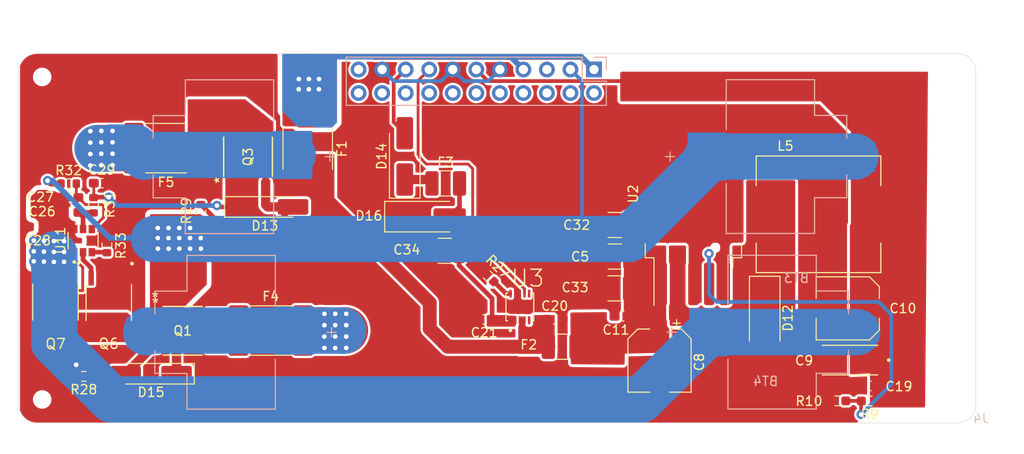
<source format=kicad_pcb>
(kicad_pcb (version 20221018) (generator pcbnew)
  (title_block (date "15 nov 2012"))
  (layers (0 "F.Cu" signal) (31 "B.Cu" signal) (34 "B.Paste" user) (35 "F.Paste" user) (36 "B.SilkS" user "B.Silkscreen") (37 "F.SilkS" user "F.Silkscreen") (38 "B.Mask" user) (39 "F.Mask" user) (44 "Edge.Cuts" user))
  (net 0 "")
  (net 1 "GND")
  (net 2 "+5V")
  (net 3 "Net-(BT3-+)")
  (net 4 "Net-(BT4-+)")
  (net 5 "8.4V")
  (net 6 "+12V")
  (net 7 "Net-(U11-VDD)")
  (net 8 "Net-(U2-FB)")
  (net 9 "Net-(U11-VBL)")
  (net 10 "/Power BMS/Power Supply/V_Out_Dirty")
  (net 11 "Net-(D13-A)")
  (net 12 "Net-(D14-K)")
  (net 13 "Net-(D14-A)")
  (net 14 "Net-(D15-A)")
  (net 15 "Net-(Q1-D)")
  (net 16 "/Power BMS/8.4V Out")
  (net 17 "Chrg_Stat")
  (net 19 "Net-(Q6-G)")
  (net 20 "Net-(Q7-G)")
  (net 21 "Net-(U3-PROG)")
  (net 22 "Net-(U11-V-)")
  (net 23 "/Power BMS/Power Supply/Vin_clean")
  (net 24 "BATT_LVL_MID")
  (net 25 "BATT_LVL-")
  (net 27 "/Power BMS/Battery Pack & Protection/d2d")
  (net 28 "/Power BMS/Battery Pack & Protection/8.4unsafe")
  (footprint "MM3220AA2NRH:IC_MM3220AA2NRH" (layer "F.Cu") (at 122.11 115.544998 90)
    (fp_text reference "U11")
    (fp_text value "MM3220AA2NRH")
  )
  (footprint "Diode_SMD:D_MiniMELF_Handsoldering" (layer "F.Cu") (at 142.02 111.9025)
    (fp_text reference "D13")
    (fp_text value "9.1V Zener")
  )
  (footprint "Resistor_SMD:R_1210_3225Metric_Pad1.30x2.65mm_HandSolder" (layer "F.Cu") (at 179.46 120.7025 180)
    (fp_text reference "C33")
    (fp_text value "47uF")
  )
  (footprint "Fuse:Fuse_2920_7451Metric_Pad2.10x5.45mm_HandSolder" (layer "F.Cu") (at 142.36 125.2525)
    (fp_text reference "F4")
    (fp_text value "Polyfuse 6A 2920")
  )
  (footprint "MCP73213-A6SI_MF:SON50P300X300X100-11N" (layer "F.Cu") (at 169.24 122.7025 90)
    (fp_text reference "U3")
    (fp_text value "MCP73213-A6SI_MF")
  )
  (footprint "Resistor_SMD:R_0603_1608Metric" (layer "F.Cu") (at 134.82 112.4725 -90)
    (fp_text reference "R29")
    (fp_text value "100K")
  )
  (footprint "FET - AOSP36326C:SOIC127P490X600X175-8N" (layer "F.Cu") (at 124.885 122.2275 -90)
    (fp_text reference "Q6")
    (fp_text value "AOSP36326C")
  )
  (footprint "Diode_SMD:D_SMA_Handsoldering" (layer "F.Cu") (at 159.165 112.9525)
    (fp_text reference "D16")
    (fp_text value "SMAJ11A")
  )
  (footprint "Capacitor_SMD:C_0603_1608Metric_Pad1.08x0.95mm_HandSolder" (layer "F.Cu") (at 165.39 124.0525 180)
    (fp_text reference "C21")
    (fp_text value "10uF 0805")
  )
  (footprint "Resistor_SMD:R_1210_3225Metric_Pad1.30x2.65mm_HandSolder" (layer "F.Cu") (at 161.1325 116.6425)
    (fp_text reference "C34")
    (fp_text value "47uF - 1210")
  )
  (footprint "Resistor_SMD:R_0603_1608Metric" (layer "F.Cu") (at 165.84 119.3725 -45)
    (fp_text reference "R27")
    (fp_text value "1K 0603")
  )
  (footprint "Resistor_SMD:R_0603_1608Metric_Pad0.98x0.95mm_HandSolder" (layer "F.Cu") (at 206.9975 132.8625 180)
    (fp_text reference "R9")
    (fp_text value "3.1K 0603")
  )
  (footprint "Capacitor_SMD:C_0603_1608Metric_Pad1.08x0.95mm_HandSolder" (layer "F.Cu") (at 173 124.0325)
    (fp_text reference "C20")
    (fp_text value "10uF 0805")
  )
  (footprint "Diode_SMD:D_SMA_Handsoldering" (layer "F.Cu") (at 156.8225 106.4425 90)
    (fp_text reference "D14")
    (fp_text value "SS24")
  )
  (footprint "Fuse:Fuse_1210_3225Metric_Pad1.42x2.65mm_HandSolder" (layer "F.Cu") (at 173.8075 127.0025)
    (fp_text reference "F2")
    (fp_text value "2.2A Polyfuse 1210")
  )
  (footprint "Resistor_SMD:R_0603_1608Metric_Pad0.98x0.95mm_HandSolder" (layer "F.Cu") (at 203.4975 132.8525)
    (fp_text reference "R10")
    (fp_text value "1K 0603")
  )
  (footprint "Capacitor_SMD:C_Elec_6.3x7.7" (layer "F.Cu") (at 204.62 122.8625 180)
    (fp_text reference "C10")
    (fp_text value "330uF 10V Elec")
  )
  (footprint "FET - AOSP36326C:SOIC127P490X600X175-8N" (layer "F.Cu") (at 119.13 122.174998 -90)
    (fp_text reference "Q7")
    (fp_text value "AOSP36326C")
  )
  (footprint "Diode_SMD:D_SMA_Handsoldering" (layer "F.Cu") (at 195.66 123.9025 -90)
    (fp_text reference "D12")
    (fp_text value "SS34")
  )
  (footprint "Capacitor_SMD:C_0603_1608Metric_Pad1.08x0.95mm_HandSolder" (layer "F.Cu") (at 124.13 109.3325)
    (fp_text reference "C29")
    (fp_text value "0.1uF")
  )
  (footprint "Capacitor_SMD:C_0603_1608Metric_Pad1.08x0.95mm_HandSolder" (layer "F.Cu") (at 120.7475 112.494998)
    (fp_text reference "C26")
    (fp_text value "0.1uF")
  )
  (footprint "Diode_SMD:D_MiniMELF_Handsoldering" (layer "F.Cu") (at 129.4475 129.9225 180)
    (fp_text reference "D15")
    (fp_text value "9.1V Zener")
  )
  (footprint "Package_TO_SOT_SMD:TO-263-5_TabPin3" (layer "F.Cu") (at 187.965 112.5675 90)
    (fp_text reference "U2")
    (fp_text value "LM2596S-ADJ")
  )
  (footprint "Capacitor_SMD:C_0603_1608Metric_Pad1.08x0.95mm_HandSolder" (layer "F.Cu") (at 120.74 110.884998 180)
    (fp_text reference "C27")
    (fp_text value "0.1 uF")
  )
  (footprint "Fuse:Fuse_2920_7451Metric_Pad2.10x5.45mm_HandSolder" (layer "F.Cu") (at 146.35 105.6275 -90)
    (fp_text reference "F1")
    (fp_text value "6A Polyfuse 2920")
  )
  (footprint "Capacitor_SMD:C_0603_1608Metric_Pad1.08x0.95mm_HandSolder" (layer "F.Cu") (at 206.99 131.242 180)
    (fp_text reference "C19")
    (fp_text value "0.1uF 0603")
  )
  (footprint "FET - SI4435FDY:SO-8_VIS" (layer "F.Cu") (at 139.91 106.4925 90)
    (fp_text reference "Q3")
    (fp_text value "PMOS")
  )
  (footprint "Resistor_SMD:R_1210_3225Metric_Pad1.30x2.65mm_HandSolder" (layer "F.Cu") (at 179.47 113.8525 180)
    (fp_text reference "C32")
    (fp_text value "47uF")
  )
  (footprint "Capacitor_SMD:CP_Elec_6.3x7.7" (layer "F.Cu") (at 184.31 128.5025 -90)
    (fp_text reference "C8")
    (fp_text value "100uF 16V")
  )
  (footprint "Fuse:Fuse_2920_7451Metric_Pad2.10x5.45mm_HandSolder" (layer "F.Cu") (at 131.06 105.5525 180)
    (fp_text reference "F5")
    (fp_text value "Polyfuse 6A 2920")
  )
  (footprint "C _Tantalum - TAJC337K006RNJ:CAPPM6032X280N" (layer "F.Cu") (at 204.8625 128.448 180)
    (fp_text reference "C9")
    (fp_text value "330uF Tant 2312")
  )
  (footprint "Resistor_SMD:R_0603_1608Metric" (layer "F.Cu") (at 122.19 130.2025 180)
    (fp_text reference "R28")
    (fp_text value "100K")
  )
  (footprint "Fuse:Fuse_1210_3225Metric_Pad1.42x2.65mm_HandSolder" (layer "F.Cu") (at 161.2425 109.3625)
    (fp_text reference "F3")
    (fp_text value "2.2A Polyfuse")
  )
  (footprint "Inductor -  125CDMCCDS 33uH:IND_125CDMCCDS-330MC" (layer "F.Cu") (at 201.465 112.6975)
    (fp_text reference "L5")
    (fp_text value "33uH")
  )
  (footprint "FET - SI4435FDY:SO-8_VIS" (layer "F.Cu") (at 132.86 125.2825)
    (fp_text reference "Q1")
    (fp_text value "PMOS")
  )
  (footprint "Resistor_SMD:R_0603_1608Metric" (layer "F.Cu") (at 123.24 111.7225 90)
    (fp_text reference "R31")
    (fp_text value "330")
  )
  (footprint "Resistor_SMD:R_0603_1608Metric" (layer "F.Cu") (at 124.68 116.0225 90)
    (fp_text reference "R33")
    (fp_text value "2.2K")
  )
  (footprint "Resistor_SMD:R_1210_3225Metric_Pad1.30x2.65mm_HandSolder" (layer "F.Cu") (at 179.49 117.2625 180)
    (fp_text reference "C5")
    (fp_text value "47uF 1210")
  )
  (footprint "Capacitor_SMD:C_0603_1608Metric_Pad1.08x0.95mm_HandSolder" (layer "F.Cu") (at 117.13 114.0525)
    (fp_text reference "C28")
    (fp_text value "0.1uF OPT")
  )
  (footprint "Resistor_SMD:R_0603_1608Metric" (layer "F.Cu") (at 120.56 109.3925)
    (fp_text reference "R32")
    (fp_text value "330")
  )
  (footprint "Capacitor_SMD:C_0603_1608Metric_Pad1.08x0.95mm_HandSolder" (layer "F.Cu") (at 180.3275 123.7125 180)
    (fp_text reference "C11")
    (fp_text value "0.1uF 25V")
  )
  (footprint "Board:Board_outline" (layer "B.Cu") (at 218.44 95.3225 180)
    (fp_text reference "J4")
    (fp_text value "Conn_01x11")
    (fp_line (start 0 -37.92) (end 0 -2) (stroke (width 0.05)) (layer "Edge.Cuts"))
    (fp_line (start 2 0) (end 101.28 0) (stroke (width 0.05)) (layer "Edge.Cuts"))
    (fp_line (start 101.28 -39.92) (end 2 -39.92) (stroke (width 0.05)) (layer "Edge.Cuts"))
    (fp_line (start 103.28 -2) (end 103.28 -37.92) (stroke (width 0.05)) (layer "Edge.Cuts"))
    (fp_arc (start 0 -37.92) (mid 0.585786 -39.334214) (end 2 -39.92) (stroke (width 0.05)) (layer "Edge.Cuts"))
    (fp_arc (start 2 0) (mid 0.585786 -0.585786) (end 0 -2) (stroke (width 0.05)) (layer "Edge.Cuts"))
    (fp_arc (start 101.28 -39.92) (mid 102.694214 -39.334214) (end 103.28 -37.92) (stroke (width 0.05)) (layer "Edge.Cuts"))
    (fp_arc (start 103.28 -2) (mid 102.694214 -0.585786) (end 101.28 0) (stroke (width 0.05)) (layer "Edge.Cuts"))
  )
  (footprint "Battery Holder - 18650:BAT_254" (layer "B.Cu") (at 195.11 106.4625 180)
    (fp_text reference "BT3")
    (fp_text value "Battery_Cell")
  )
  (footprint "Battery Holder - 18650:BAT_254" (layer "B.Cu") (at 195.2925 125.427044 180)
    (fp_text reference "BT4")
    (fp_text value "Battery_Cell")
  )
  (segment (start 191.365 114.4575) (end 191.38 114.4425) (width 1) (layer "F.Cu") (net 1))
  (segment (start 187.965 120.2175) (end 187.965 113.7075) (width 1) (layer "F.Cu") (net 1))
  (segment (start 187.965 113.7075) (end 188.03 113.6425) (width 1) (layer "F.Cu") (net 1))
  (segment (start 191.365 120.2175) (end 191.365 114.4575) (width 1) (layer "F.Cu") (net 1))
  (segment (start 160.750682 98.308243) (end 155.630682 98.308243) (width 0.4) (layer "B.Cu") (net 1))
  (segment (start 155.630682 98.308243) (end 154.380682 97.058243) (width 0.4) (layer "B.Cu") (net 1))
  (segment (start 163.250682 98.308243) (end 162.000682 97.058243) (width 0.4) (layer "B.Cu") (net 1))
  (segment (start 167.080682 97.058243) (end 165.830682 98.308243) (width 0.4) (layer "B.Cu") (net 1))
  (segment (start 165.830682 98.308243) (end 163.250682 98.308243) (width 0.4) (layer "B.Cu") (net 1))
  (segment (start 162.000682 97.058243) (end 160.750682 98.308243) (width 0.4) (layer "B.Cu") (net 1))
  (segment (start 207.09 99.1225) (end 207.09 112.6975) (width 0.4) (layer "F.Cu") (net 2))
  (segment (start 165.790682 98.308243) (end 206.244257 98.308243) (width 0.4) (layer "F.Cu") (net 2))
  (segment (start 164.540682 97.058243) (end 165.790682 98.308243) (width 0.4) (layer "F.Cu") (net 2))
  (segment (start 206.244257 98.308243) (end 206.26 98.2925) (width 0.4) (layer "F.Cu") (net 2))
  (segment (start 206.26 98.2925) (end 207.09 99.1225) (width 0.4) (layer "F.Cu") (net 2))
  (segment (start 127.585 105.5525) (end 125.1 105.5525) (width 5) (layer "F.Cu") (net 3))
  (segment (start 123.681169 105.5525) (end 123.68 105.553669) (width 5) (layer "F.Cu") (net 3))
  (segment (start 125.1 105.5525) (end 123.681169 105.5525) (width 5) (layer "F.Cu") (net 3))
  (segment (start 125.1 105.5525) (end 125.09 105.5625) (width 5) (layer "F.Cu") (net 3))
  (via (at 125.29 107.3925) (size 1) (drill 0.5) (layers "F.Cu" "B.Cu") (net 3))
  (via (at 124.08 103.690161) (size 1) (drill 0.5) (layers "F.Cu" "B.Cu") (net 3))
  (via (at 122.9 106.188387) (size 1) (drill 0.5) (layers "F.Cu" "B.Cu") (net 3))
  (via (at 125.29 103.690161) (size 1) (drill 0.5) (layers "F.Cu" "B.Cu") (net 3))
  (via (at 122.9 107.4225) (size 1) (drill 0.5) (layers "F.Cu" "B.Cu") (net 3))
  (via (at 122.9 104.954274) (size 1) (drill 0.5) (layers "F.Cu" "B.Cu") (net 3))
  (via (at 125.29 106.158387) (size 1) (drill 0.5) (layers "F.Cu" "B.Cu") (net 3))
  (via (at 124.08 107.3925) (size 1) (drill 0.5) (layers "F.Cu" "B.Cu") (net 3))
  (via (at 124.08 106.158387) (size 1) (drill 0.5) (layers "F.Cu" "B.Cu") (net 3))
  (via (at 125.29 104.924274) (size 1) (drill 0.5) (layers "F.Cu" "B.Cu") (net 3))
  (via (at 124.08 104.924274) (size 1) (drill 0.5) (layers "F.Cu" "B.Cu") (net 3))
  (via (at 122.9 103.720161) (size 1) (drill 0.5) (layers "F.Cu" "B.Cu") (net 3))
  (segment (start 124.91 105.60133) (end 123.727661 105.60133) (width 5) (layer "B.Cu") (net 3))
  (segment (start 127.742956 105.4925) (end 125.16 105.4925) (width 5) (layer "B.Cu") (net 3))
  (segment (start 128.917044 106.2925) (end 128.73 106.479544) (width 5) (layer "B.Cu") (net 3))
  (segment (start 123.727661 105.60133) (end 123.68 105.553669) (width 5) (layer "B.Cu") (net 3))
  (segment (start 125.16 105.4925) (end 125.09 105.5625) (width 5) (layer "B.Cu") (net 3))
  (segment (start 128.73 106.479544) (end 127.742956 105.4925) (width 5) (layer "B.Cu") (net 3))
  (segment (start 144.74 106.2925) (end 128.917044 106.2925) (width 5) (layer "B.Cu") (net 3))
  (segment (start 145.835 125.2525) (end 147.76 125.2525) (width 5) (layer "F.Cu") (net 4))
  (segment (start 150.35 125.2525) (end 150.37 125.2325) (width 5) (layer "F.Cu") (net 4))
  (segment (start 147.76 125.2525) (end 147.79 125.2225) (width 5) (layer "F.Cu") (net 4))
  (segment (start 147.82 125.2525) (end 150.35 125.2525) (width 5) (layer "F.Cu") (net 4))
  (segment (start 147.79 125.2225) (end 147.82 125.2525) (width 5) (layer "F.Cu") (net 4))
  (via (at 148.15 124.675833) (size 1) (drill 0.5) (layers "F.Cu" "B.Cu") (net 4))
  (via (at 148.15 127.1325) (size 1) (drill 0.5) (layers "F.Cu" "B.Cu") (net 4))
  (via (at 149.32 123.4475) (size 1) (drill 0.5) (layers "F.Cu" "B.Cu") (net 4))
  (via (at 149.32 125.904166) (size 1) (drill 0.5) (layers "F.Cu" "B.Cu") (net 4))
  (via (at 150.51 124.675833) (size 1) (drill 0.5) (layers "F.Cu" "B.Cu") (net 4))
  (via (at 148.15 125.904166) (size 1) (drill 0.5) (layers "F.Cu" "B.Cu") (net 4))
  (via (at 149.32 124.675833) (size 1) (drill 0.5) (layers "F.Cu" "B.Cu") (net 4))
  (via (at 148.15 123.4475) (size 1) (drill 0.5) (layers "F.Cu" "B.Cu") (net 4))
  (via (at 150.51 125.904166) (size 1) (drill 0.5) (layers "F.Cu" "B.Cu") (net 4))
  (via (at 150.51 127.1325) (size 1) (drill 0.5) (layers "F.Cu" "B.Cu") (net 4))
  (via (at 150.51 123.4475) (size 1) (drill 0.5) (layers "F.Cu" "B.Cu") (net 4))
  (via (at 149.32 127.1325) (size 1) (drill 0.5) (layers "F.Cu" "B.Cu") (net 4))
  (segment (start 149.335456 125.257044) (end 149.38 125.2125) (width 1) (layer "B.Cu") (net 4))
  (segment (start 149.3 123.4525) (end 149.28 123.4725) (width 1) (layer "B.Cu") (net 4))
  (segment (start 147.9 126.9025) (end 147.89 126.8825) (width 1) (layer "B.Cu") (net 4))
  (segment (start 147.91 123.4725) (end 147.88 123.4725) (width 1) (layer "B.Cu") (net 4))
  (segment (start 144.9225 125.257044) (end 129.099544 125.257044) (width 5) (layer "B.Cu") (net 4))
  (segment (start 150.154544 125.257044) (end 150.18 125.2825) (width 5) (layer "B.Cu") (net 4))
  (segment (start 149.38 123.4925) (end 149.36 123.4725) (width 1) (layer "B.Cu") (net 4))
  (segment (start 144.9225 125.257044) (end 150.154544 125.257044) (width 5) (layer "B.Cu") (net 4))
  (segment (start 149.36 126.8625) (end 147.9 126.9025) (width 1) (layer "B.Cu") (net 4))
  (segment (start 149.38 125.2125) (end 149.34 125.1925) (width 1) (layer "B.Cu") (net 4))
  (segment (start 149.46 125.2925) (end 149.46 126.8825) (width 1) (layer "B.Cu") (net 4))
  (segment (start 147.88 123.4725) (end 147.87 123.4825) (width 1) (layer "B.Cu") (net 4))
  (segment (start 149.46 126.8825) (end 149.36 126.8625) (width 1) (layer "B.Cu") (net 4))
  (segment (start 149.32 123.4725) (end 149.3 123.4525) (width 1) (layer "B.Cu") (net 4))
  (segment (start 147.87 126.9025) (end 147.89 126.8825) (width 1) (layer "B.Cu") (net 4))
  (segment (start 149.34 125.1925) (end 149.38 123.4925) (width 1) (layer "B.Cu") (net 4))
  (segment (start 149.38 125.2125) (end 149.46 125.2925) (width 1) (layer "B.Cu") (net 4))
  (segment (start 129.099544 125.257044) (end 128.9125 125.444088) (width 5) (layer "B.Cu") (net 4))
  (segment (start 144.9225 125.257044) (end 149.335456 125.257044) (width 1) (layer "B.Cu") (net 4))
  (segment (start 149.36 123.4725) (end 149.32 123.4725) (width 1) (layer "B.Cu") (net 4))
  (segment (start 149.28 123.4725) (end 147.91 123.4725) (width 1) (layer "B.Cu") (net 4))
  (segment (start 172.1375 126.82) (end 172.32 127.0025) (width 0.5) (layer "F.Cu") (net 5))
  (segment (start 140.545 110.6275) (end 139.27 111.9025) (width 0.5) (layer "F.Cu") (net 5))
  (segment (start 136.7 111.9025) (end 136.55 111.7525) (width 0.5) (layer "F.Cu") (net 5))
  (segment (start 159.52 125.0625) (end 161.46 127.0025) (width 1.5) (layer "F.Cu") (net 5))
  (segment (start 139.27 111.9025) (end 136.7 111.9025) (width 0.5) (layer "F.Cu") (net 5))
  (segment (start 140.545 109.21665) (end 140.545 110.6275) (width 0.5) (layer "F.Cu") (net 5))
  (segment (start 146.35 109.1025) (end 159.52 122.2725) (width 1.5) (layer "F.Cu") (net 5))
  (segment (start 123.2675 109.3325) (end 123.2675 110.87) (width 0.3) (layer "F.Cu") (net 5))
  (segment (start 139.27 109.22165) (end 139.275 109.21665) (width 0.5) (layer "F.Cu") (net 5))
  (segment (start 138.005 110.6375) (end 139.27 111.9025) (width 0.5) (layer "F.Cu") (net 5))
  (segment (start 123.285 110.8525) (end 123.24 110.8975) (width 0.5) (layer "F.Cu") (net 5))
  (segment (start 161.46 127.0025) (end 172.32 127.0025) (width 1.5) (layer "F.Cu") (net 5))
  (segment (start 123.2675 110.87) (end 123.24 110.8975) (width 0.3) (layer "F.Cu") (net 5))
  (segment (start 138.005 109.21665) (end 138.005 110.6375) (width 0.5) (layer "F.Cu") (net 5))
  (segment (start 124.89 110.8525) (end 123.285 110.8525) (width 0.5) (layer "F.Cu") (net 5))
  (segment (start 139.27 111.9025) (end 139.27 109.22165) (width 0.5) (layer "F.Cu") (net 5))
  (segment (start 172.1375 124.0325) (end 172.1375 126.82) (width 0.5) (layer "F.Cu") (net 5))
  (segment (start 159.52 122.2725) (end 159.52 125.0625) (width 1.5) (layer "F.Cu") (net 5))
  (via (at 136.55 111.7525) (size 1) (drill 0.5) (layers "F.Cu" "B.Cu") (net 5))
  (via (at 124.89 110.8525) (size 1) (drill 0.5) (layers "F.Cu" "B.Cu") (net 5))
  (segment (start 125.79 111.7525) (end 124.89 110.8525) (width 0.5) (layer "B.Cu") (net 5))
  (segment (start 136.55 111.7525) (end 125.79 111.7525) (width 0.5) (layer "B.Cu") (net 5))
  (segment (start 162.73 109.3625) (end 162.73 111.8875) (width 0.5) (layer "F.Cu") (net 6))
  (segment (start 168.74 124.1375) (end 166.3375 124.1375) (width 0.3) (layer "F.Cu") (net 6))
  (segment (start 162.73 111.8875) (end 161.665 112.9525) (width 0.5) (layer "F.Cu") (net 6))
  (segment (start 162.6825 118.225) (end 166.2525 121.795) (width 0.5) (layer "F.Cu") (net 6))
  (segment (start 166.3375 124.1375) (end 166.2525 124.0525) (width 0.3) (layer "F.Cu") (net 6))
  (segment (start 166.2525 121.795) (end 166.2525 124.0525) (width 0.5) (layer "F.Cu") (net 6))
  (segment (start 162.6825 116.6425) (end 162.6825 118.225) (width 0.5) (layer "F.Cu") (net 6))
  (segment (start 162.6825 116.6425) (end 162.6825 113.97) (width 0.5) (layer "F.Cu") (net 6))
  (segment (start 162.6825 113.97) (end 161.665 112.9525) (width 0.5) (layer "F.Cu") (net 6))
  (segment (start 162.68 116.64) (end 162.6825 116.6425) (width 0.5) (layer "F.Cu") (net 6))
  (segment (start 121.61 112.494998) (end 123.187498 112.494998) (width 0.5) (layer "F.Cu") (net 7))
  (segment (start 122.11 114.294998) (end 122.11 112.994998) (width 0.5) (layer "F.Cu") (net 7))
  (segment (start 123.187498 112.494998) (end 123.24 112.5475) (width 0.5) (layer "F.Cu") (net 7))
  (segment (start 122.11 112.994998) (end 121.61 112.494998) (width 0.5) (layer "F.Cu") (net 7))
  (segment (start 204.41 132.8525) (end 206.075 132.8525) (width 0.4) (layer "F.Cu") (net 8))
  (segment (start 206.06 132.8875) (end 206.085 132.8625) (width 0.4) (layer "F.Cu") (net 8))
  (segment (start 206.075 132.8525) (end 206.085 132.8625) (width 0.4) (layer "F.Cu") (net 8))
  (segment (start 189.665 116.9575) (end 189.65 116.9425) (width 0.4) (layer "F.Cu") (net 8))
  (segment (start 206.06 134.3225) (end 206.06 132.8875) (width 0.4) (layer "F.Cu") (net 8))
  (segment (start 189.665 120.2175) (end 189.665 116.9575) (width 0.4) (layer "F.Cu") (net 8))
  (via (at 206.06 134.3225) (size 1) (drill 0.5) (layers "F.Cu" "B.Cu") (net 8))
  (via (at 189.65 116.9425) (size 1) (drill 0.5) (layers "F.Cu" "B.Cu") (net 8))
  (segment (start 207.96 122.1625) (end 209.32 123.5225) (width 0.4) (layer "B.Cu") (net 8))
  (segment (start 209.32 123.5225) (end 209.32 128.7825) (width 0.4) (layer "B.Cu") (net 8))
  (segment (start 189.65 121.3425) (end 189.76 121.4525) (width 0.4) (layer "B.Cu") (net 8))
  (segment (start 209.32 131.0625) (end 206.06 134.3225) (width 0.4) (layer "B.Cu") (net 8))
  (segment (start 209.32 128.7825) (end 209.32 131.0625) (width 0.4) (layer "B.Cu") (net 8))
  (segment (start 189.76 121.4525) (end 190.47 122.1625) (width 0.4) (layer "B.Cu") (net 8))
  (segment (start 189.65 116.9425) (end 189.65 121.3425) (width 0.4) (layer "B.Cu") (net 8))
  (segment (start 190.47 122.1625) (end 207.96 122.1625) (width 0.4) (layer "B.Cu") (net 8))
  (segment (start 122.365002 111.6475) (end 124.155 111.6475) (width 0.3) (layer "F.Cu") (net 9))
  (segment (start 121.6025 110.884998) (end 122.365002 111.6475) (width 0.3) (layer "F.Cu") (net 9))
  (segment (start 121.385 109.3925) (end 121.385 110.667498) (width 0.3) (layer "F.Cu") (net 9))
  (segment (start 124.32 111.8125) (end 124.32 113.034998) (width 0.3) (layer "F.Cu") (net 9))
  (segment (start 124.32 113.034998) (end 123.06 114.294998) (width 0.3) (layer "F.Cu") (net 9))
  (segment (start 121.385 110.667498) (end 121.6025 110.884998) (width 0.3) (layer "F.Cu") (net 9))
  (segment (start 124.155 111.6475) (end 124.32 111.8125) (width 0.3) (layer "F.Cu") (net 9))
  (segment (start 141.815 111.6775) (end 141.815 109.21665) (width 1) (layer "F.Cu") (net 11))
  (segment (start 144.77 111.9025) (end 142.04 111.9025) (width 1) (layer "F.Cu") (net 11))
  (segment (start 142.04 111.9025) (end 141.815 111.6775) (width 1) (layer "F.Cu") (net 11))
  (segment (start 137.085 113.9125) (end 142.76 113.9125) (width 0.5) (layer "F.Cu") (net 11))
  (segment (start 142.76 113.9125) (end 144.77 111.9025) (width 0.5) (layer "F.Cu") (net 11))
  (segment (start 134.82 111.6475) (end 137.085 113.9125) (width 0.5) (layer "F.Cu") (net 11))
  (segment (start 156.8225 108.9425) (end 159.335 108.9425) (width 1) (layer "F.Cu") (net 12))
  (segment (start 159.335 108.9425) (end 159.755 109.3625) (width 1) (layer "F.Cu") (net 12))
  (segment (start 155.630682 102.750682) (end 156.8225 103.9425) (width 0.4) (layer "F.Cu") (net 13))
  (segment (start 155.630682 98.348243) (end 155.630682 102.750682) (width 0.4) (layer "F.Cu") (net 13))
  (segment (start 156.920682 97.058243) (end 155.630682 98.348243) (width 0.4) (layer "F.Cu") (net 13))
  (segment (start 126.6975 129.9225) (end 123.295 129.9225) (width 1) (layer "F.Cu") (net 14))
  (segment (start 129.4325 127.1875) (end 126.6975 129.9225) (width 1) (layer "F.Cu") (net 14))
  (segment (start 130.13585 127.1875) (end 129.4325 127.1875) (width 1) (layer "F.Cu") (net 14))
  (segment (start 123.295 129.9225) (end 123.015 130.2025) (width 1) (layer "F.Cu") (net 14))
  (segment (start 138.205 123.3775) (end 138.23 123.4025) (width 1) (layer "F.Cu") (net 15))
  (segment (start 135.58415 124.6475) (end 138.435 124.6475) (width 1) (layer "F.Cu") (net 15))
  (segment (start 135.58415 125.9175) (end 138.145 125.9175) (width 1) (layer "F.Cu") (net 15))
  (segment (start 139.255 127.1875) (end 139.26 127.1825) (width 0.5) (layer "F.Cu") (net 15))
  (segment (start 138.145 125.9175) (end 138.16 125.9325) (width 1) (layer "F.Cu") (net 15))
  (segment (start 138.555 127.1875) (end 138.61 127.1325) (width 1) (layer "F.Cu") (net 15))
  (segment (start 138.435 124.6475) (end 138.45 124.6325) (width 1) (layer "F.Cu") (net 15))
  (segment (start 138.675 125.9175) (end 138.69 125.9325) (width 0.5) (layer "F.Cu") (net 15))
  (segment (start 135.58415 123.3775) (end 138.205 123.3775) (width 1) (layer "F.Cu") (net 15))
  (segment (start 135.58415 127.1875) (end 138.555 127.1875) (width 1) (layer "F.Cu") (net 15))
  (segment (start 167.99 95.708243) (end 168.270682 95.708243) (width 0.6) (layer "F.Cu") (net 16))
  (segment (start 153.494257 95.6725) (end 146.56 95.6725) (width 0.6) (layer "F.Cu") (net 16))
  (segment (start 146.56 95.6725) (end 146.56 98.0125) (width 0.6) (layer "F.Cu") (net 16))
  (segment (start 175.890682 95.708243) (end 177.240682 97.058243) (width 0.6) (layer "F.Cu") (net 16))
  (segment (start 167.99 95.708243) (end 175.890682 95.708243) (width 0.6) (layer "F.Cu") (net 16))
  (segment (start 168.270682 95.708243) (end 169.620682 97.058243) (width 0.6) (layer "F.Cu") (net 16))
  (segment (start 146.47 102.0325) (end 146.35 102.1525) (width 0.6) (layer "F.Cu") (net 16))
  (segment (start 146.56 98.0125) (end 146.48 98.0925) (width 0.6) (layer "F.Cu") (net 16))
  (segment (start 146.35 102.1525) (end 146.35 100.639736) (width 0.6) (layer "F.Cu") (net 16))
  (segment (start 146.47 98.0925) (end 146.47 102.0325) (width 0.6) (layer "F.Cu") (net 16))
  (segment (start 153.53 95.708243) (end 153.494257 95.6725) (width 0.6) (layer "F.Cu") (net 16))
  (segment (start 153.53 95.708243) (end 167.99 95.708243) (width 0.6) (layer "F.Cu") (net 16))
  (via (at 145.38 99.1925) (size 1) (drill 0.5) (layers "F.Cu" "B.Cu") (net 16))
  (via (at 147.56 99.1925) (size 1) (drill 0.5) (layers "F.Cu" "B.Cu") (net 16))
  (via (at 146.47 99.1925) (size 1) (drill 0.5) (layers "F.Cu" "B.Cu") (net 16))
  (via (at 145.39 98.0925) (size 1) (drill 0.5) (layers "F.Cu" "B.Cu") (net 16))
  (via (at 146.48 98.0925) (size 1) (drill 0.5) (layers "F.Cu" "B.Cu") (net 16))
  (via (at 147.57 98.0925) (size 1) (drill 0.5) (layers "F.Cu" "B.Cu") (net 16))
  (segment (start 169.620682 97.058243) (end 168.234939 95.6725) (width 0.6) (layer "B.Cu") (net 16))
  (segment (start 146.52 95.6725) (end 146.52 98.0425) (width 0.6) (layer "B.Cu") (net 16))
  (segment (start 167.88 95.6725) (end 146.52 95.6725) (width 0.6) (layer "B.Cu") (net 16))
  (segment (start 177.240682 97.058243) (end 175.854939 95.6725) (width 0.6) (layer "B.Cu") (net 16))
  (segment (start 175.854939 95.6725) (end 167.88 95.6725) (width 0.6) (layer "B.Cu") (net 16))
  (segment (start 168.234939 95.6725) (end 167.88 95.6725) (width 0.6) (layer "B.Cu") (net 16))
  (segment (start 146.52 98.0425) (end 146.47 98.0925) (width 0.6) (layer "B.Cu") (net 16))
  (segment (start 158.260682 106.223182) (end 158.260682 98.258243) (width 0.3) (layer "F.Cu") (net 17))
  (segment (start 158.42 106.3825) (end 158.260682 106.223182) (width 0.3) (layer "F.Cu") (net 17))
  (segment (start 169.74 121.2675) (end 169.74 120.74429) (width 0.3) (layer "F.Cu") (net 17))
  (segment (start 163.65 107.2725) (end 159.15 107.2725) (width 0.3) (layer "F.Cu") (net 17))
  (segment (start 158.42 106.5425) (end 158.42 106.3825) (width 0.3) (layer "F.Cu") (net 17))
  (segment (start 164.15 107.7725) (end 163.65 107.2725) (width 0.3) (layer "F.Cu") (net 17))
  (segment (start 159.15 107.2725) (end 158.42 106.5425) (width 0.3) (layer "F.Cu") (net 17))
  (segment (start 164.15 115.15429) (end 164.15 107.7725) (width 0.3) (layer "F.Cu") (net 17))
  (segment (start 169.74 120.74429) (end 164.15 115.15429) (width 0.3) (layer "F.Cu") (net 17))
  (segment (start 158.260682 98.258243) (end 159.460682 97.058243) (width 0.3) (layer "F.Cu") (net 17))
  (segment (start 122.11 116.794998) (end 122.11 117.6125) (width 0.5) (layer "F.Cu") (net 19))
  (segment (start 122.98 118.4825) (end 122.98 119.6025) (width 0.5) (layer "F.Cu") (net 19))
  (segment (start 122.11 117.6125) (end 122.98 118.4825) (width 0.5) (layer "F.Cu") (net 19))
  (segment (start 117.817502 120.9325) (end 117.225 120.339998) (width 0.3) (layer "F.Cu") (net 20))
  (segment (start 122.07 120.9225) (end 122.08 120.9325) (width 0.3) (layer "F.Cu") (net 20))
  (segment (start 121.16 117.511028) (end 122.07 118.421028) (width 0.3) (layer "F.Cu") (net 20))
  (segment (start 121.16 116.794998) (end 121.16 117.511028) (width 0.3) (layer "F.Cu") (net 20))
  (segment (start 117.225 120.339998) (end 117.225 119.549998) (width 0.3) (layer "F.Cu") (net 20))
  (segment (start 122.07 118.421028) (end 122.07 120.9225) (width 0.3) (layer "F.Cu") (net 20))
  (segment (start 122.08 120.9325) (end 117.817502 120.9325) (width 0.3) (layer "F.Cu") (net 20))
  (segment (start 167.735 121.2675) (end 168.16 121.2675) (width 0.5) (layer "F.Cu") (net 21))
  (segment (start 166.423363 119.955863) (end 167.735 121.2675) (width 0.5) (layer "F.Cu") (net 21))
  (segment (start 124.627498 116.794998) (end 124.68 116.8475) (width 0.5) (layer "F.Cu") (net 22))
  (segment (start 123.06 116.794998) (end 124.627498 116.794998) (width 0.5) (layer "F.Cu") (net 22))
  (segment (start 130.13585 115.37665) (end 130.17 115.3425) (width 1.5) (layer "F.Cu") (net 24))
  (segment (start 131.8661 125.9175) (end 130.13585 125.9175) (width 1) (layer "F.Cu") (net 24))
  (segment (start 119.735 109.3925) (end 118.61 109.3925) (width 0.6) (layer "F.Cu") (net 24))
  (segment (start 130.17 115.3425) (end 134.78 115.3425) (width 1) (layer "F.Cu") (net 24))
  (segment (start 134.82 115.3025) (end 134.82 113.2975) (width 1) (layer "F.Cu") (net 24))
  (segment (start 134.78 115.3425) (end 134.82 115.3025) (width 1) (layer "F.Cu") (net 24))
  (segment (start 132.1975 129.9225) (end 132.1975 126.2489) (width 1) (layer "F.Cu") (net 24))
  (segment (start 118.61 109.3925) (end 118.28 109.0625) (width 0.6) (layer "F.Cu") (net 24))
  (segment (start 132.1975 126.2489) (end 131.8661 125.9175) (width 1) (layer "F.Cu") (net 24))
  (via (at 130.17 114.1825) (size 1) (drill 0.5) (layers "F.Cu" "B.Cu") (net 24))
  (via (at 131.33 114.1825) (size 1) (drill 0.5) (layers "F.Cu" "B.Cu") (net 24))
  (via (at 130.17 115.2625) (size 1) (drill 0.5) (layers "F.Cu" "B.Cu") (net 24))
  (via (at 133.66 116.4125) (size 1) (drill 0.5) (layers "F.Cu" "B.Cu") (net 24))
  (via (at 134.82 116.4125) (size 1) (drill 0.5) (layers "F.Cu" "B.Cu") (net 24))
  (via (at 132.5 116.4125) (size 1) (drill 0.5) (layers "F.Cu" "B.Cu") (net 24))
  (via (at 133.65 115.2625) (size 1) (drill 0.5) (layers "F.Cu" "B.Cu") (net 24))
  (via (at 130.18 116.4125) (size 1) (drill 0.5) (layers "F.Cu" "B.Cu") (net 24))
  (via (at 132.49 114.1825) (size 1) (drill 0.5) (layers "F.Cu" "B.Cu") (net 24))
  (via (at 131.33 115.2625) (size 1) (drill 0.5) (layers "F.Cu" "B.Cu") (net 24))
  (via (at 118.28 109.0625) (size 1) (drill 0.5) (layers "F.Cu" "B.Cu") (net 24))
  (via (at 132.49 115.2625) (size 1) (drill 0.5) (layers "F.Cu" "B.Cu") (net 24))
  (via (at 131.34 116.4125) (size 1) (drill 0.5) (layers "F.Cu" "B.Cu") (net 24))
  (via (at 134.81 115.2625) (size 1) (drill 0.5) (layers "F.Cu" "B.Cu") (net 24))
  (via (at 133.65 114.1825) (size 1) (drill 0.5) (layers "F.Cu" "B.Cu") (net 24))
  (segment (start 175.950682 114.823182) (end 176.49 115.3625) (width 0.4) (layer "B.Cu") (net 24))
  (segment (start 205.455 106.4625) (end 189.445 106.4625) (width 5) (layer "B.Cu") (net 24))
  (segment (start 189.445 106.4625) (end 189.445 106.8975) (width 5) (layer "B.Cu") (net 24))
  (segment (start 174.700682 97.058243) (end 175.950682 98.308243) (width 0.4) (layer "B.Cu") (net 24))
  (segment (start 135.71 115.3625) (end 129.77 115.3625) (width 5) (layer "B.Cu") (net 24))
  (segment (start 175.950682 98.308243) (end 175.950682 114.823182) (width 0.4) (layer "B.Cu") (net 24))
  (segment (start 189.445 106.8975) (end 180.98 115.3625) (width 5) (layer "B.Cu") (net 24))
  (segment (start 176.49 115.3625) (end 135.71 115.3625) (width 5) (layer "B.Cu") (net 24))
  (segment (start 180.98 115.3625) (end 176.49 115.3625) (width 5) (layer "B.Cu") (net 24))
  (segment (start 118.81 109.0625) (end 125.01 115.2625) (width 0.6) (layer "B.Cu") (net 24))
  (segment (start 125.01 115.2625) (end 130.17 115.2625) (width 0.6) (layer "B.Cu") (net 24))
  (segment (start 118.28 109.0625) (end 118.81 109.0625) (width 0.6) (layer "B.Cu") (net 24))
  (segment (start 121.365 130.2025) (end 121.365 128.9575) (width 0.4) (layer "F.Cu") (net 25))
  (segment (start 121.365 128.9575) (end 121.37 128.9525) (width 0.4) (layer "F.Cu") (net 25))
  (via (at 120.06 117.8425) (size 1) (drill 0.5) (layers "F.Cu" "B.Cu") (net 25))
  (via (at 118.96 115.5925) (size 1) (drill 0.5) (layers "F.Cu" "B.Cu") (net 25))
  (via (at 116.79 117.7825) (size 1) (drill 0.5) (layers "F.Cu" "B.Cu") (net 25))
  (via (at 118.96 116.7625) (size 1) (drill 0.5) (layers "F.Cu" "B.Cu") (net 25))
  (via (at 121.37 128.9525) (size 1) (drill 0.5) (layers "F.Cu" "B.Cu") (net 25))
  (via (at 117.88 117.8125) (size 1) (drill 0.5) (layers "F.Cu" "B.Cu") (net 25))
  (via (at 117.88 116.7325) (size 1) (drill 0.5) (layers "F.Cu" "B.Cu") (net 25))
  (via (at 118.96 117.8425) (size 1) (drill 0.5) (layers "F.Cu" "B.Cu") (net 25))
  (via (at 120.06 116.7625) (size 1) (drill 0.5) (layers "F.Cu" "B.Cu") (net 25))
  (via (at 120.06 115.5925) (size 1) (drill 0.5) (layers "F.Cu" "B.Cu") (net 25))
  (via (at 116.79 116.7025) (size 1) (drill 0.5) (layers "F.Cu" "B.Cu") (net 25))
  (via (at 116.79 115.5325) (size 1) (drill 0.5) (layers "F.Cu" "B.Cu") (net 25))
  (via (at 117.88 115.5625) (size 1) (drill 0.5) (layers "F.Cu" "B.Cu") (net 25))
  (segment (start 125.1725 132.6925) (end 121.4325 128.9525) (width 5) (layer "B.Cu") (net 25))
  (segment (start 189.6275 125.427044) (end 182.362044 132.6925) (width 5) (layer "B.Cu") (net 25))
  (segment (start 205.6375 125.427044) (end 189.6275 125.427044) (width 5) (layer "B.Cu") (net 25))
  (segment (start 119.01 117.0425) (end 119 117.0325) (width 5) (layer "B.Cu") (net 25))
  (segment (start 182.362044 132.6925) (end 125.1725 132.6925) (width 5) (layer "B.Cu") (net 25))
  (segment (start 121.37 128.9525) (end 119.01 126.5925) (width 5) (layer "B.Cu") (net 25))
  (segment (start 119.01 126.5925) (end 119.01 117.0425) (width 5) (layer "B.Cu") (net 25))
  (segment (start 121.4325 128.9525) (end 121.37 128.9525) (width 5) (layer "B.Cu") (net 25))
  (zone locked (net 5) (net_name "8.4V") (layer "F.Cu") (priority 5) (connect_pads yes (clearance 0.3)) (min_thickness 0.25) (fill yes (thermal_gap 0.5) (thermal_bridge_width 0.5))
    (polygon (pts (xy 137.46 113.0025) (xy 137.46 107.7625) (xy 139.04 106.1825) (xy 149.09 106.1825) (xy 149.23 106.3225) (xy 149.23 112.9325) (xy 149.21 112.9525) (xy 137.49 112.9525) (xy 137.49 112.9725)))
  )
  (zone locked (net 27) (net_name "/Power BMS/Battery Pack & Protection/d2d") (layer "F.Cu") (priority 3) (connect_pads yes (clearance 0.3)) (min_thickness 0.25) (fill yes (thermal_gap 0.5) (thermal_bridge_width 0.5))
    (polygon (pts (xy 116.93 123.3625) (xy 116.93 126.5025) (xy 127.07 126.5025) (xy 127.27 126.3025) (xy 127.27 123.6825) (xy 126.9 123.3125) (xy 116.98 123.3125)))
  )
  (zone locked (net 25) (net_name "BATT_LVL-") (layer "F.Cu") (priority 1) (connect_pads yes (clearance 0.5)) (min_thickness 0.25) (fill yes (thermal_gap 0.5) (thermal_bridge_width 0.5))
    (polygon (pts (xy 116.52 120.1825) (xy 122 120.1825) (xy 122 112.0025) (xy 120.06 110.0625) (xy 117.2 110.0625) (xy 116.46 110.8025) (xy 116.46 120.1225)))
  )
  (zone locked (net 5) (net_name "8.4V") (layer "F.Cu") (priority 9) (connect_pads yes (clearance 0.3)) (min_thickness 0.25) (fill yes (thermal_gap 0.5) (thermal_bridge_width 0.5))
    (polygon (pts (xy 169.07 123.7325) (xy 169.07 127.7725) (xy 172.99 127.7725) (xy 173 127.7625) (xy 173 123.6025) (xy 172.98 123.5825) (xy 169.22 123.5825)))
  )
  (zone locked (net 6) (net_name "+12V") (layer "F.Cu") (priority 6) (connect_pads yes (clearance 0.2)) (min_thickness 0.25) (fill yes (thermal_gap 0.5) (thermal_bridge_width 0.5))
    (polygon (pts (xy 165.67 123.4525) (xy 165.67 124.7925) (xy 165.71 124.8325) (xy 168.91 124.8325) (xy 168.91 123.6525) (xy 168.84 123.5825) (xy 165.69 123.5825) (xy 165.69 123.4725)))
  )
  (zone locked (net 24) (net_name "BATT_LVL_MID") (layer "F.Cu") (priority 10) (connect_pads yes (clearance 0.5)) (min_thickness 0.25) (fill yes (thermal_gap 0.5) (thermal_bridge_width 0.5))
    (polygon (pts (xy 129.32 126.2825) (xy 129.32 112.6825) (xy 135.28 112.6825) (xy 135.46 112.8625) (xy 135.46 120.2825) (xy 132.53 123.2125) (xy 132.53 126.3625) (xy 129.4 126.3625)))
  )
  (zone (net 1) (net_name "GND") (layer "F.Cu") (connect_pads yes (clearance 0.25)) (min_thickness 0.25) (fill yes (thermal_gap 0.5) (thermal_bridge_width 0.5))
    (polygon (pts (xy 115.31 135.2625) (xy 218.18 135.2625) (xy 218.52 134.9225) (xy 218.52 95.4025) (xy 218.33 95.2125) (xy 115.31 95.2125)))
  )
  (zone (net 2) (net_name "+5V") (layer "F.Cu") (priority 100) (connect_pads yes (clearance 0.3)) (min_thickness 0.3) (fill yes (thermal_gap 0.5) (thermal_bridge_width 0.5))
    (polygon (pts (xy 204.85 113.6525) (xy 204.85 129.9825) (xy 207.021898 129.880602) (xy 207.01 133.5625) (xy 212.97 133.5625) (xy 213.27 97.7125) (xy 213.31 97.2925) (xy 180.2 97.2925) (xy 180.07 97.4225) (xy 180.07 100.4425) (xy 180.13 100.5025) (xy 201.55 100.5025) (xy 201.62 100.4325) (xy 204.96 103.7725) (xy 204.96 113.7625)))
  )
  (zone (net 23) (net_name "/Power BMS/Power Supply/Vin_clean") (layer "F.Cu") (priority 7) (connect_pads yes (clearance 0.3)) (min_thickness 0.3) (fill yes (thermal_gap 0.5) (thermal_bridge_width 0.5))
    (polygon (pts (xy 180.45 123.2425) (xy 180.48 112.5225) (xy 185.32 112.5225) (xy 185.37 112.5725) (xy 185.37 127.6325) (xy 180.57 127.7525) (xy 180.543425 128.954965) (xy 174.748476 128.894024) (xy 174.68 123.305087)))
  )
  (zone (net 28) (net_name "/Power BMS/Battery Pack & Protection/8.4unsafe") (layer "F.Cu") (priority 4) (connect_pads yes (clearance 0.3)) (min_thickness 0.25) (fill yes (thermal_gap 0.5) (thermal_bridge_width 0.5))
    (polygon (pts (xy 133.4 108.3425) (xy 133.4 100.2725) (xy 139.59 100.2725) (xy 142.62 102.6825) (xy 142.62 103.9725) (xy 142.04 104.5525) (xy 137.78 104.5525) (xy 135.74 106.5925) (xy 135.74 108.0825) (xy 135.65 108.1725) (xy 133.5 108.1725) (xy 133.5 108.2425)))
  )
  (zone (net 10) (net_name "/Power BMS/Power Supply/V_Out_Dirty") (layer "F.Cu") (priority 8) (connect_pads yes (clearance 0.3)) (min_thickness 0.3) (fill yes (thermal_gap 0.5) (thermal_bridge_width 0.5))
    (polygon (pts (xy 185.33 116.0625) (xy 185.33 124.7525) (xy 198.57 124.7525) (xy 198.96 124.3625) (xy 198.96 109.0025) (xy 185.52 109.0025) (xy 185.32 109.2025) (xy 185.32 116.0725)))
  )
  (zone locked (net 16) (net_name "/Power BMS/8.4V Out") (layers "F&B.Cu") (priority 2) (connect_pads yes (clearance 0.5)) (min_thickness 0.25) (fill yes (thermal_gap 0.5) (thermal_bridge_width 0.5))
    (polygon (pts (xy 143.61 101.5725) (xy 143.61 95.2825) (xy 147.73 95.2825) (xy 147.79 95.3425) (xy 149.44 95.3425) (xy 149.5 95.2825) (xy 149.5 102.7825) (xy 148.96 103.3225) (xy 145.36 103.3225)))
  )
)
</source>
